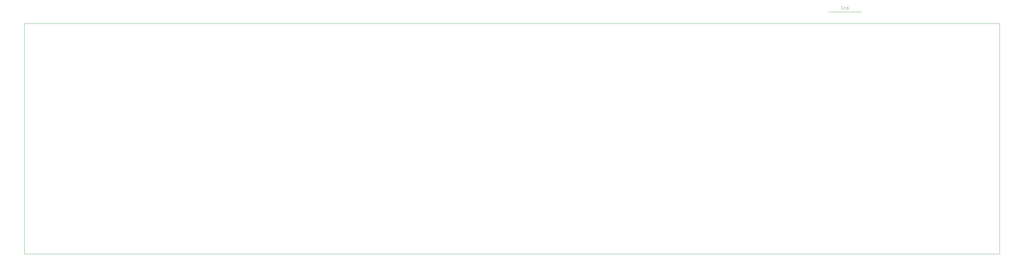
<source format=gko>
*%FSLAX23Y23*%
*%MOIN*%
G01*
D11*
X4162Y5727D02*
X15879D01*
Y8502D02*
X4162D01*
Y5727D01*
X15879D02*
Y8502D01*
D13*
X13990Y8677D02*
X13978D01*
X13984D02*
X13990D01*
X13984D02*
Y8712D01*
X13985D01*
X13984D02*
X13978Y8706D01*
X14013Y8700D02*
X14030D01*
X14013D02*
X14007Y8694D01*
Y8683D01*
X14013Y8677D01*
X14030D01*
X14042D02*
Y8700D01*
X14048D01*
X14054Y8694D01*
Y8677D01*
Y8694D01*
X14060Y8700D01*
X14065Y8694D01*
Y8677D01*
D15*
X15879Y8502D02*
Y5727D01*
X4162D02*
Y8502D01*
Y5727D02*
X15879D01*
Y8502D02*
X4162D01*
X13823Y8642D02*
X14223D01*
D02*
M02*

</source>
